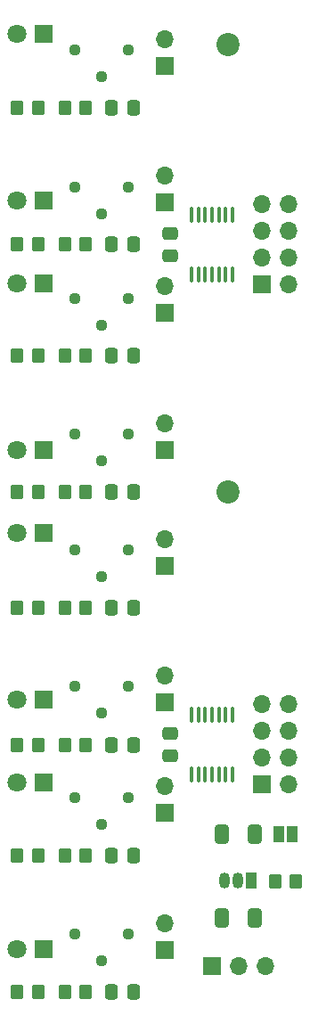
<source format=gts>
%TF.GenerationSoftware,KiCad,Pcbnew,(5.99.0-12789-g9e557d84c6)*%
%TF.CreationDate,2021-11-25T19:19:57-08:00*%
%TF.ProjectId,Detector,44657465-6374-46f7-922e-6b696361645f,rev?*%
%TF.SameCoordinates,Original*%
%TF.FileFunction,Soldermask,Top*%
%TF.FilePolarity,Negative*%
%FSLAX46Y46*%
G04 Gerber Fmt 4.6, Leading zero omitted, Abs format (unit mm)*
G04 Created by KiCad (PCBNEW (5.99.0-12789-g9e557d84c6)) date 2021-11-25 19:19:57*
%MOMM*%
%LPD*%
G01*
G04 APERTURE LIST*
G04 Aperture macros list*
%AMRoundRect*
0 Rectangle with rounded corners*
0 $1 Rounding radius*
0 $2 $3 $4 $5 $6 $7 $8 $9 X,Y pos of 4 corners*
0 Add a 4 corners polygon primitive as box body*
4,1,4,$2,$3,$4,$5,$6,$7,$8,$9,$2,$3,0*
0 Add four circle primitives for the rounded corners*
1,1,$1+$1,$2,$3*
1,1,$1+$1,$4,$5*
1,1,$1+$1,$6,$7*
1,1,$1+$1,$8,$9*
0 Add four rect primitives between the rounded corners*
20,1,$1+$1,$2,$3,$4,$5,0*
20,1,$1+$1,$4,$5,$6,$7,0*
20,1,$1+$1,$6,$7,$8,$9,0*
20,1,$1+$1,$8,$9,$2,$3,0*%
G04 Aperture macros list end*
%ADD10R,1.700000X1.700000*%
%ADD11O,1.700000X1.700000*%
%ADD12RoundRect,0.250000X-0.337500X-0.475000X0.337500X-0.475000X0.337500X0.475000X-0.337500X0.475000X0*%
%ADD13R,1.800000X1.800000*%
%ADD14C,1.800000*%
%ADD15RoundRect,0.250000X-0.350000X-0.450000X0.350000X-0.450000X0.350000X0.450000X-0.350000X0.450000X0*%
%ADD16RoundRect,0.250000X-0.475000X0.337500X-0.475000X-0.337500X0.475000X-0.337500X0.475000X0.337500X0*%
%ADD17RoundRect,0.100000X-0.100000X0.637500X-0.100000X-0.637500X0.100000X-0.637500X0.100000X0.637500X0*%
%ADD18RoundRect,0.250000X-0.412500X-0.650000X0.412500X-0.650000X0.412500X0.650000X-0.412500X0.650000X0*%
%ADD19C,2.200000*%
%ADD20R,1.000000X1.500000*%
%ADD21RoundRect,0.250000X0.412500X0.650000X-0.412500X0.650000X-0.412500X-0.650000X0.412500X-0.650000X0*%
%ADD22C,1.120000*%
%ADD23R,1.050000X1.500000*%
%ADD24O,1.050000X1.500000*%
G04 APERTURE END LIST*
D10*
%TO.C,J3*%
X131200000Y-142060000D03*
D11*
X133740000Y-142060000D03*
X136280000Y-142060000D03*
%TD*%
D12*
%TO.C,C6*%
X121687500Y-121060000D03*
X123762500Y-121060000D03*
%TD*%
D13*
%TO.C,Q8*%
X115225000Y-140460000D03*
D14*
X112685000Y-140460000D03*
%TD*%
D13*
%TO.C,Q6*%
X115225000Y-116760000D03*
D14*
X112685000Y-116760000D03*
%TD*%
D15*
%TO.C,R11*%
X112725000Y-121060000D03*
X114725000Y-121060000D03*
%TD*%
%TO.C,R8*%
X117225000Y-97060000D03*
X119225000Y-97060000D03*
%TD*%
D13*
%TO.C,Q1*%
X115225000Y-53560000D03*
D14*
X112685000Y-53560000D03*
%TD*%
D12*
%TO.C,C2*%
X121687500Y-73560000D03*
X123762500Y-73560000D03*
%TD*%
D15*
%TO.C,R2*%
X117225000Y-60560000D03*
X119225000Y-60560000D03*
%TD*%
%TO.C,R13*%
X112725000Y-131560000D03*
X114725000Y-131560000D03*
%TD*%
D16*
%TO.C,C9*%
X127225000Y-72522500D03*
X127225000Y-74597500D03*
%TD*%
D13*
%TO.C,Q4*%
X115225000Y-93060000D03*
D14*
X112685000Y-93060000D03*
%TD*%
D15*
%TO.C,R9*%
X112725000Y-108060000D03*
X114725000Y-108060000D03*
%TD*%
D13*
%TO.C,Q3*%
X115225000Y-77260000D03*
D14*
X112685000Y-77260000D03*
%TD*%
D15*
%TO.C,R5*%
X112725000Y-84060000D03*
X114725000Y-84060000D03*
%TD*%
%TO.C,R15*%
X112725000Y-144560000D03*
X114725000Y-144560000D03*
%TD*%
D12*
%TO.C,C1*%
X121687500Y-60560000D03*
X123762500Y-60560000D03*
%TD*%
D17*
%TO.C,U1*%
X133175000Y-70697500D03*
X132525000Y-70697500D03*
X131875000Y-70697500D03*
X131225000Y-70697500D03*
X130575000Y-70697500D03*
X129925000Y-70697500D03*
X129275000Y-70697500D03*
X129275000Y-76422500D03*
X129925000Y-76422500D03*
X130575000Y-76422500D03*
X131225000Y-76422500D03*
X131875000Y-76422500D03*
X132525000Y-76422500D03*
X133175000Y-76422500D03*
%TD*%
D12*
%TO.C,C7*%
X121687500Y-131560000D03*
X123762500Y-131560000D03*
%TD*%
D18*
%TO.C,C11*%
X132162500Y-137560000D03*
X135287500Y-137560000D03*
%TD*%
D15*
%TO.C,R17*%
X137225000Y-134060000D03*
X139225000Y-134060000D03*
%TD*%
D16*
%TO.C,C10*%
X127225000Y-120022500D03*
X127225000Y-122097500D03*
%TD*%
D13*
%TO.C,Q7*%
X115225000Y-124660000D03*
D14*
X112685000Y-124660000D03*
%TD*%
D19*
%TO.C,REF\u002A\u002A*%
X132725000Y-97060000D03*
%TD*%
D15*
%TO.C,R6*%
X117225000Y-84060000D03*
X119225000Y-84060000D03*
%TD*%
%TO.C,R1*%
X112725000Y-60560000D03*
X114725000Y-60560000D03*
%TD*%
D19*
%TO.C,REF\u002A\u002A*%
X132725000Y-54560000D03*
%TD*%
D15*
%TO.C,R14*%
X117225000Y-131560000D03*
X119225000Y-131560000D03*
%TD*%
D17*
%TO.C,U2*%
X133175000Y-118197500D03*
X132525000Y-118197500D03*
X131875000Y-118197500D03*
X131225000Y-118197500D03*
X130575000Y-118197500D03*
X129925000Y-118197500D03*
X129275000Y-118197500D03*
X129275000Y-123922500D03*
X129925000Y-123922500D03*
X130575000Y-123922500D03*
X131225000Y-123922500D03*
X131875000Y-123922500D03*
X132525000Y-123922500D03*
X133175000Y-123922500D03*
%TD*%
D15*
%TO.C,R10*%
X117225000Y-108060000D03*
X119225000Y-108060000D03*
%TD*%
%TO.C,R4*%
X117225000Y-73560000D03*
X119225000Y-73560000D03*
%TD*%
D12*
%TO.C,C8*%
X121687500Y-144560000D03*
X123762500Y-144560000D03*
%TD*%
D15*
%TO.C,R16*%
X117225000Y-144560000D03*
X119225000Y-144560000D03*
%TD*%
%TO.C,R7*%
X112725000Y-97060000D03*
X114725000Y-97060000D03*
%TD*%
D13*
%TO.C,Q5*%
X115225000Y-100960000D03*
D14*
X112685000Y-100960000D03*
%TD*%
D15*
%TO.C,R12*%
X117225000Y-121060000D03*
X119225000Y-121060000D03*
%TD*%
D12*
%TO.C,C5*%
X121687500Y-108060000D03*
X123762500Y-108060000D03*
%TD*%
%TO.C,C3*%
X121687500Y-84060000D03*
X123762500Y-84060000D03*
%TD*%
D15*
%TO.C,R3*%
X112725000Y-73560000D03*
X114725000Y-73560000D03*
%TD*%
D20*
%TO.C,JP1*%
X137575000Y-129560000D03*
X138875000Y-129560000D03*
%TD*%
D21*
%TO.C,C12*%
X135287500Y-129560000D03*
X132162500Y-129560000D03*
%TD*%
D12*
%TO.C,C4*%
X121687500Y-97060000D03*
X123762500Y-97060000D03*
%TD*%
D13*
%TO.C,Q2*%
X115225000Y-69360000D03*
D14*
X112685000Y-69360000D03*
%TD*%
D10*
%TO.C,J1*%
X135950000Y-77360000D03*
D11*
X138490000Y-77360000D03*
X135950000Y-74820000D03*
X138490000Y-74820000D03*
X135950000Y-72280000D03*
X138490000Y-72280000D03*
X135950000Y-69740000D03*
X138490000Y-69740000D03*
%TD*%
D10*
%TO.C,TP5*%
X126725000Y-104060000D03*
D11*
X126725000Y-101520000D03*
%TD*%
D10*
%TO.C,TP2*%
X126725000Y-69560000D03*
D11*
X126725000Y-67020000D03*
%TD*%
D10*
%TO.C,TP3*%
X126725000Y-80060000D03*
D11*
X126725000Y-77520000D03*
%TD*%
D10*
%TO.C,TP4*%
X126725000Y-93060000D03*
D11*
X126725000Y-90520000D03*
%TD*%
D22*
%TO.C,RV1*%
X118185000Y-55090000D03*
X120725000Y-57630000D03*
X123265000Y-55090000D03*
%TD*%
D23*
%TO.C,U3*%
X134995000Y-133932500D03*
D24*
X133725000Y-133932500D03*
X132455000Y-133932500D03*
%TD*%
D22*
%TO.C,RV7*%
X118185000Y-126090000D03*
X120725000Y-128630000D03*
X123265000Y-126090000D03*
%TD*%
%TO.C,RV5*%
X118185000Y-102590000D03*
X120725000Y-105130000D03*
X123265000Y-102590000D03*
%TD*%
D10*
%TO.C,TP8*%
X126725000Y-140560000D03*
D11*
X126725000Y-138020000D03*
%TD*%
D22*
%TO.C,RV3*%
X118185000Y-78670000D03*
X120725000Y-81210000D03*
X123265000Y-78670000D03*
%TD*%
%TO.C,RV8*%
X118185000Y-139090000D03*
X120725000Y-141630000D03*
X123265000Y-139090000D03*
%TD*%
D10*
%TO.C,TP6*%
X126725000Y-117060000D03*
D11*
X126725000Y-114520000D03*
%TD*%
D22*
%TO.C,RV2*%
X118185000Y-68090000D03*
X120725000Y-70630000D03*
X123265000Y-68090000D03*
%TD*%
%TO.C,RV6*%
X118185000Y-115540000D03*
X120725000Y-118080000D03*
X123265000Y-115540000D03*
%TD*%
D10*
%TO.C,TP7*%
X126725000Y-127560000D03*
D11*
X126725000Y-125020000D03*
%TD*%
D22*
%TO.C,RV4*%
X118185000Y-91590000D03*
X120725000Y-94130000D03*
X123265000Y-91590000D03*
%TD*%
D10*
%TO.C,J2*%
X135950000Y-124860000D03*
D11*
X138490000Y-124860000D03*
X135950000Y-122320000D03*
X138490000Y-122320000D03*
X135950000Y-119780000D03*
X138490000Y-119780000D03*
X135950000Y-117240000D03*
X138490000Y-117240000D03*
%TD*%
D10*
%TO.C,TP1*%
X126725000Y-56560000D03*
D11*
X126725000Y-54020000D03*
%TD*%
M02*

</source>
